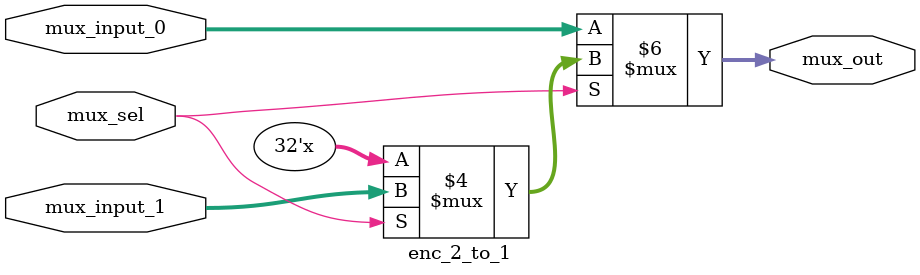
<source format=v>
`timescale 1 ns/10 ps
module enc_2_to_1(
	// mux inputs to select from
	input wire [31:0] mux_input_0, 
	input wire [31:0] mux_input_1,
	// mux select signal
	input wire mux_sel,
	// mux output
	output reg [31:0] mux_out
);
	always@(*)
	begin
		if(mux_sel == 1) begin
			mux_out [31:0] <= mux_input_1 [31:0];
		end
		if(mux_sel == 0) begin
			mux_out [31:0] <= mux_input_0 [31:0];
		end
	end
endmodule
</source>
